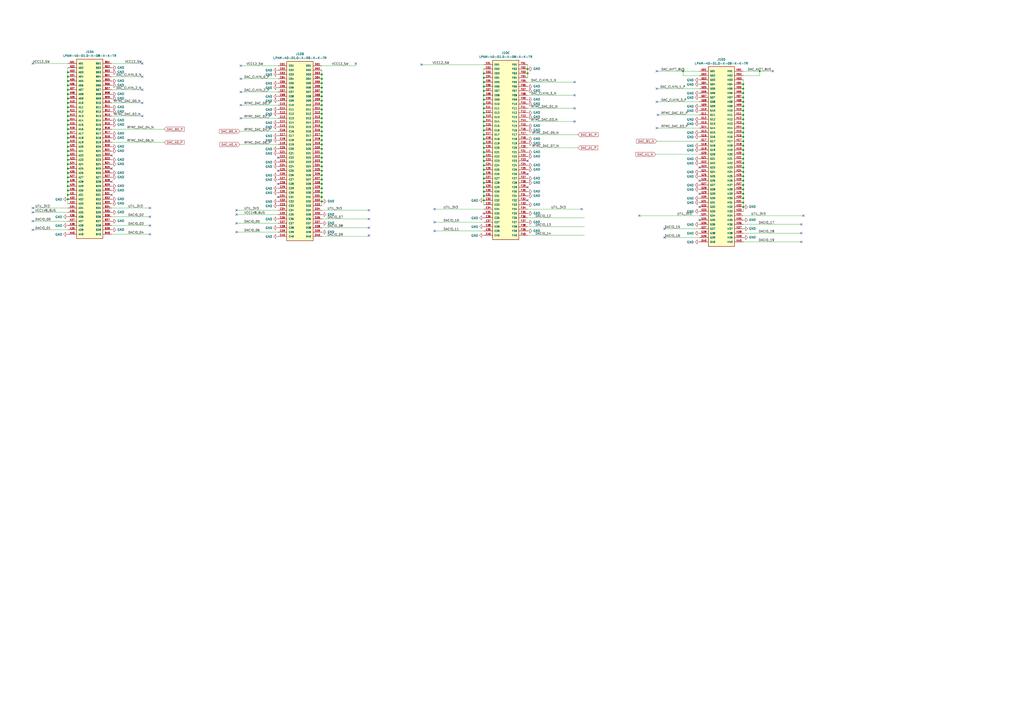
<source format=kicad_sch>
(kicad_sch (version 20211123) (generator eeschema)
  (paper "A2")
  (junction (at 186.69 55.88))
  (junction (at 280.67 57.785))
  (junction (at 431.165 99.695))
  (junction (at 39.37 107.95))
  (junction (at 186.69 71.12))
  (junction (at 39.37 77.47))
  (junction (at 431.165 61.595))
  (junction (at 186.69 66.04))
  (junction (at 431.165 97.155))
  (junction (at 280.67 70.485))
  (junction (at 280.67 113.665))
  (junction (at 186.69 73.66))
  (junction (at 431.165 84.455))
  (junction (at 431.165 112.395))
  (junction (at 39.37 97.79))
  (junction (at 39.37 100.33))
  (junction (at 306.07 40.005))
  (junction (at 39.37 57.15))
  (junction (at 280.67 73.025))
  (junction (at 431.165 104.775))
  (junction (at 39.37 64.77))
  (junction (at 431.165 56.515))
  (junction (at 280.67 111.125))
  (junction (at 186.69 63.5))
  (junction (at 280.67 88.265))
  (junction (at 431.165 59.055))
  (junction (at 186.69 48.26))
  (junction (at 39.37 80.01))
  (junction (at 39.37 113.03))
  (junction (at 39.37 54.61))
  (junction (at 186.69 114.3))
  (junction (at 186.69 91.44))
  (junction (at 280.67 60.325))
  (junction (at 431.165 48.895))
  (junction (at 280.67 98.425))
  (junction (at 280.67 90.805))
  (junction (at 186.69 60.96))
  (junction (at 280.67 75.565))
  (junction (at 39.37 69.85))
  (junction (at 431.165 86.995))
  (junction (at 280.67 65.405))
  (junction (at 280.67 52.705))
  (junction (at 39.37 72.39))
  (junction (at 186.69 101.6))
  (junction (at 39.37 82.55))
  (junction (at 431.165 51.435))
  (junction (at 186.69 96.52))
  (junction (at 39.37 95.25))
  (junction (at 280.67 45.085))
  (junction (at 39.37 67.31))
  (junction (at 280.67 83.185))
  (junction (at 39.37 49.53))
  (junction (at 39.37 110.49))
  (junction (at 280.67 78.105))
  (junction (at 431.165 76.835))
  (junction (at 280.67 103.505))
  (junction (at 39.37 90.17))
  (junction (at 280.67 116.205))
  (junction (at 431.165 120.015))
  (junction (at 39.37 74.93))
  (junction (at 431.165 53.975))
  (junction (at 186.69 53.34))
  (junction (at 280.67 95.885))
  (junction (at 431.165 89.535))
  (junction (at 280.67 42.545))
  (junction (at 431.165 94.615))
  (junction (at 39.37 85.09))
  (junction (at 280.67 108.585))
  (junction (at 431.165 107.315))
  (junction (at 39.37 41.91))
  (junction (at 280.67 106.045))
  (junction (at 39.37 92.71))
  (junction (at 39.37 105.41))
  (junction (at 431.165 117.475))
  (junction (at 280.67 80.645))
  (junction (at 186.69 83.82))
  (junction (at 431.165 109.855))
  (junction (at 280.67 67.945))
  (junction (at 431.165 66.675))
  (junction (at 39.37 115.57))
  (junction (at 39.37 44.45))
  (junction (at 186.69 93.98))
  (junction (at 280.67 93.345))
  (junction (at 186.69 88.9))
  (junction (at 186.69 106.68))
  (junction (at 186.69 58.42))
  (junction (at 431.165 114.935))
  (junction (at 39.37 87.63))
  (junction (at 431.165 74.295))
  (junction (at 186.69 45.72))
  (junction (at 431.165 71.755))
  (junction (at 431.165 102.235))
  (junction (at 431.165 92.075))
  (junction (at 186.69 116.84))
  (junction (at 186.69 68.58))
  (junction (at 280.67 50.165))
  (junction (at 431.165 79.375))
  (junction (at 280.67 100.965))
  (junction (at 431.165 69.215))
  (junction (at 39.37 46.99))
  (junction (at 39.37 62.23))
  (junction (at 186.69 109.22))
  (junction (at 440.69 41.275))
  (junction (at 186.69 111.76))
  (junction (at 280.67 62.865))
  (junction (at 39.37 59.69))
  (junction (at 280.67 47.625))
  (junction (at 280.67 85.725))
  (junction (at 186.69 104.14))
  (junction (at 186.69 76.2))
  (junction (at 186.69 86.36))
  (junction (at 396.24 41.275))
  (junction (at 39.37 102.87))
  (junction (at 431.165 64.135))
  (junction (at 306.07 42.545))
  (junction (at 186.69 99.06))
  (junction (at 431.165 81.915))
  (junction (at 186.69 78.74))
  (junction (at 39.37 52.07))
  (junction (at 186.69 43.18))
  (junction (at 186.69 50.8))
  (junction (at 186.69 81.28))
  (junction (at 280.67 55.245))
  (no_connect (at 213.995 121.92))
  (no_connect (at 213.995 136.525))
  (no_connect (at 213.995 132.08))
  (no_connect (at 213.995 127))
  (no_connect (at 337.439 121.285))
  (no_connect (at 82.55 44.45))
  (no_connect (at 64.77 113.03))
  (no_connect (at 161.29 99.06))
  (no_connect (at 82.55 36.83))
  (no_connect (at 64.77 90.17))
  (no_connect (at 252.095 121.285))
  (no_connect (at 252.095 128.905))
  (no_connect (at 252.095 133.985))
  (no_connect (at 139.7 68.58))
  (no_connect (at 370.84 125.095))
  (no_connect (at 82.55 59.69))
  (no_connect (at 139.7 38.1))
  (no_connect (at 306.07 93.345))
  (no_connect (at 206.375 36.83))
  (no_connect (at 161.29 114.3))
  (no_connect (at 466.09 125.095))
  (no_connect (at 82.55 67.31))
  (no_connect (at 306.07 100.965))
  (no_connect (at 306.07 108.585))
  (no_connect (at 306.07 116.205))
  (no_connect (at 161.29 106.68))
  (no_connect (at 464.82 130.175))
  (no_connect (at 464.82 135.255))
  (no_connect (at 464.82 140.335))
  (no_connect (at 86.995 135.89))
  (no_connect (at 137.16 129.54))
  (no_connect (at 86.995 125.73))
  (no_connect (at 137.16 124.46))
  (no_connect (at 137.16 134.62))
  (no_connect (at 161.29 91.44))
  (no_connect (at 448.31 41.275))
  (no_connect (at 86.995 120.65))
  (no_connect (at 64.77 97.79))
  (no_connect (at 139.7 60.96))
  (no_connect (at 139.7 45.72))
  (no_connect (at 139.7 53.34))
  (no_connect (at 137.16 121.92))
  (no_connect (at 86.995 130.81))
  (no_connect (at 405.765 104.775))
  (no_connect (at 405.765 120.015))
  (no_connect (at 405.765 127.635))
  (no_connect (at 405.765 112.395))
  (no_connect (at 405.765 97.155))
  (no_connect (at 64.77 105.41))
  (no_connect (at 381 59.055))
  (no_connect (at 381 51.435))
  (no_connect (at 381 74.295))
  (no_connect (at 381.635 66.675))
  (no_connect (at 381 41.275))
  (no_connect (at 385.445 132.715))
  (no_connect (at 385.445 137.795))
  (no_connect (at 19.05 36.83))
  (no_connect (at 19.05 128.27))
  (no_connect (at 19.05 123.19))
  (no_connect (at 19.05 120.65))
  (no_connect (at 19.05 133.35))
  (no_connect (at 244.475 37.465))
  (no_connect (at 82.55 52.07))
  (no_connect (at 280.67 123.825))
  (no_connect (at 333.375 47.625))
  (no_connect (at 333.375 55.245))
  (no_connect (at 333.375 62.865))
  (no_connect (at 333.375 70.485))
  (wire (pts (xy 39.37 62.23) (xy 39.37 64.77)))
  (wire (pts (xy 431.165 66.675) (xy 431.165 69.215)))
  (wire (pts (xy 280.67 108.585) (xy 280.67 111.125)))
  (wire (pts (xy 381.635 66.675) (xy 405.765 66.675)))
  (wire (pts (xy 186.69 55.88) (xy 186.69 58.42)))
  (wire (pts (xy 186.69 104.14) (xy 186.69 106.68)))
  (wire (pts (xy 39.37 67.31) (xy 39.37 69.85)))
  (wire (pts (xy 39.37 46.99) (xy 39.37 49.53)))
  (wire (pts (xy 186.69 101.6) (xy 186.69 104.14)))
  (wire (pts (xy 440.69 41.275) (xy 448.31 41.275)))
  (wire (pts (xy 431.165 104.775) (xy 431.165 107.315)))
  (wire (pts (xy 431.165 56.515) (xy 431.165 59.055)))
  (wire (pts (xy 64.77 36.83) (xy 82.55 36.83)))
  (wire (pts (xy 186.69 66.04) (xy 186.69 68.58)))
  (wire (pts (xy 280.67 113.665) (xy 280.67 116.205)))
  (wire (pts (xy 280.67 80.645) (xy 280.67 83.185)))
  (wire (pts (xy 186.69 111.76) (xy 186.69 114.3)))
  (wire (pts (xy 280.67 55.245) (xy 280.67 57.785)))
  (wire (pts (xy 335.28 78.105) (xy 306.07 78.105)))
  (wire (pts (xy 280.67 52.705) (xy 280.67 55.245)))
  (wire (pts (xy 306.07 121.285) (xy 337.439 121.285)))
  (wire (pts (xy 39.37 105.41) (xy 39.37 107.95)))
  (wire (pts (xy 431.165 48.895) (xy 431.165 51.435)))
  (wire (pts (xy 186.69 53.34) (xy 186.69 55.88)))
  (wire (pts (xy 39.37 41.91) (xy 39.37 44.45)))
  (wire (pts (xy 186.69 48.26) (xy 186.69 50.8)))
  (wire (pts (xy 186.69 78.74) (xy 186.69 81.28)))
  (wire (pts (xy 186.69 71.12) (xy 186.69 73.66)))
  (wire (pts (xy 39.37 92.71) (xy 39.37 95.25)))
  (wire (pts (xy 186.69 91.44) (xy 186.69 93.98)))
  (wire (pts (xy 186.69 121.92) (xy 213.995 121.92)))
  (wire (pts (xy 440.69 43.815) (xy 440.69 41.275)))
  (wire (pts (xy 431.165 76.835) (xy 431.165 79.375)))
  (wire (pts (xy 381 59.055) (xy 405.765 59.055)))
  (wire (pts (xy 186.69 60.96) (xy 186.69 63.5)))
  (wire (pts (xy 280.67 90.805) (xy 280.67 93.345)))
  (wire (pts (xy 280.67 60.325) (xy 280.67 62.865)))
  (wire (pts (xy 64.77 59.69) (xy 82.55 59.69)))
  (wire (pts (xy 306.07 55.245) (xy 333.375 55.245)))
  (wire (pts (xy 186.69 99.06) (xy 186.69 101.6)))
  (wire (pts (xy 137.16 129.54) (xy 161.29 129.54)))
  (wire (pts (xy 64.77 125.73) (xy 86.995 125.73)))
  (wire (pts (xy 280.67 93.345) (xy 280.67 95.885)))
  (wire (pts (xy 39.37 90.17) (xy 39.37 92.71)))
  (wire (pts (xy 39.37 95.25) (xy 39.37 97.79)))
  (wire (pts (xy 280.67 106.045) (xy 280.67 108.585)))
  (wire (pts (xy 381 51.435) (xy 405.765 51.435)))
  (wire (pts (xy 39.37 57.15) (xy 39.37 59.69)))
  (wire (pts (xy 280.67 75.565) (xy 280.67 78.105)))
  (wire (pts (xy 64.77 44.45) (xy 82.55 44.45)))
  (wire (pts (xy 306.07 70.485) (xy 333.375 70.485)))
  (wire (pts (xy 64.77 52.07) (xy 82.55 52.07)))
  (wire (pts (xy 64.77 67.31) (xy 82.55 67.31)))
  (wire (pts (xy 280.67 57.785) (xy 280.67 60.325)))
  (wire (pts (xy 431.165 130.175) (xy 464.82 130.175)))
  (wire (pts (xy 405.765 125.095) (xy 370.84 125.095)))
  (wire (pts (xy 186.69 106.68) (xy 186.69 109.22)))
  (wire (pts (xy 431.165 125.095) (xy 466.09 125.095)))
  (wire (pts (xy 186.69 116.84) (xy 186.69 119.38)))
  (wire (pts (xy 186.69 114.3) (xy 186.69 116.84)))
  (wire (pts (xy 206.375 36.83) (xy 206.375 38.1)))
  (wire (pts (xy 186.69 76.2) (xy 186.69 78.74)))
  (wire (pts (xy 186.69 73.66) (xy 186.69 76.2)))
  (wire (pts (xy 244.475 37.465) (xy 280.67 37.465)))
  (wire (pts (xy 19.05 120.65) (xy 39.37 120.65)))
  (wire (pts (xy 39.37 69.85) (xy 39.37 72.39)))
  (wire (pts (xy 280.67 67.945) (xy 280.67 70.485)))
  (wire (pts (xy 431.165 51.435) (xy 431.165 53.975)))
  (wire (pts (xy 137.16 121.92) (xy 161.29 121.92)))
  (wire (pts (xy 39.37 110.49) (xy 39.37 113.03)))
  (wire (pts (xy 186.69 93.98) (xy 186.69 96.52)))
  (wire (pts (xy 335.28 85.725) (xy 306.07 85.725)))
  (wire (pts (xy 39.37 39.37) (xy 39.37 41.91)))
  (wire (pts (xy 139.7 45.72) (xy 161.29 45.72)))
  (wire (pts (xy 39.37 85.09) (xy 39.37 87.63)))
  (wire (pts (xy 306.07 126.365) (xy 339.09 126.365)))
  (wire (pts (xy 280.67 88.265) (xy 280.67 90.805)))
  (wire (pts (xy 306.07 136.525) (xy 339.09 136.525)))
  (wire (pts (xy 186.69 109.22) (xy 186.69 111.76)))
  (wire (pts (xy 431.165 99.695) (xy 431.165 102.235)))
  (wire (pts (xy 431.165 102.235) (xy 431.165 104.775)))
  (wire (pts (xy 280.67 111.125) (xy 280.67 113.665)))
  (wire (pts (xy 431.165 120.015) (xy 431.165 122.555)))
  (wire (pts (xy 306.07 37.465) (xy 306.07 40.005)))
  (wire (pts (xy 186.69 40.64) (xy 186.69 43.18)))
  (wire (pts (xy 39.37 77.47) (xy 39.37 80.01)))
  (wire (pts (xy 280.67 62.865) (xy 280.67 65.405)))
  (wire (pts (xy 137.16 124.46) (xy 161.29 124.46)))
  (wire (pts (xy 306.07 47.625) (xy 333.375 47.625)))
  (wire (pts (xy 19.05 133.35) (xy 39.37 133.35)))
  (wire (pts (xy 431.165 81.915) (xy 431.165 84.455)))
  (wire (pts (xy 186.69 83.82) (xy 186.69 86.36)))
  (wire (pts (xy 431.165 109.855) (xy 431.165 112.395)))
  (wire (pts (xy 280.67 42.545) (xy 280.67 45.085)))
  (wire (pts (xy 431.165 89.535) (xy 431.165 92.075)))
  (wire (pts (xy 252.095 133.985) (xy 280.67 133.985)))
  (wire (pts (xy 39.37 97.79) (xy 39.37 100.33)))
  (wire (pts (xy 39.37 49.53) (xy 39.37 52.07)))
  (wire (pts (xy 280.67 70.485) (xy 280.67 73.025)))
  (wire (pts (xy 186.69 63.5) (xy 186.69 66.04)))
  (wire (pts (xy 396.24 43.815) (xy 396.24 41.275)))
  (wire (pts (xy 186.69 38.1) (xy 206.375 38.1)))
  (wire (pts (xy 306.07 40.005) (xy 306.07 42.545)))
  (wire (pts (xy 431.165 92.075) (xy 431.165 94.615)))
  (wire (pts (xy 39.37 102.87) (xy 39.37 105.41)))
  (wire (pts (xy 64.77 130.81) (xy 86.995 130.81)))
  (wire (pts (xy 139.065 76.2) (xy 161.29 76.2)))
  (wire (pts (xy 139.7 60.96) (xy 161.29 60.96)))
  (wire (pts (xy 431.165 112.395) (xy 431.165 114.935)))
  (wire (pts (xy 431.165 140.335) (xy 464.82 140.335)))
  (wire (pts (xy 39.37 113.03) (xy 39.37 115.57)))
  (wire (pts (xy 64.77 135.89) (xy 86.995 135.89)))
  (wire (pts (xy 280.67 85.725) (xy 280.67 88.265)))
  (wire (pts (xy 431.165 46.355) (xy 431.165 48.895)))
  (wire (pts (xy 306.07 62.865) (xy 333.375 62.865)))
  (wire (pts (xy 431.165 59.055) (xy 431.165 61.595)))
  (wire (pts (xy 137.16 134.62) (xy 161.29 134.62)))
  (wire (pts (xy 381 81.915) (xy 405.765 81.915)))
  (wire (pts (xy 280.67 116.205) (xy 280.67 118.745)))
  (wire (pts (xy 64.77 120.65) (xy 86.995 120.65)))
  (wire (pts (xy 385.445 132.715) (xy 405.765 132.715)))
  (wire (pts (xy 186.69 43.18) (xy 186.69 45.72)))
  (wire (pts (xy 396.24 41.275) (xy 405.765 41.275)))
  (wire (pts (xy 95.25 74.93) (xy 64.77 74.93)))
  (wire (pts (xy 280.67 65.405) (xy 280.67 67.945)))
  (wire (pts (xy 431.165 107.315) (xy 431.165 109.855)))
  (wire (pts (xy 19.05 123.19) (xy 39.37 123.19)))
  (wire (pts (xy 381 74.295) (xy 405.765 74.295)))
  (wire (pts (xy 280.67 47.625) (xy 280.67 50.165)))
  (wire (pts (xy 280.67 50.165) (xy 280.67 52.705)))
  (wire (pts (xy 186.69 88.9) (xy 186.69 91.44)))
  (wire (pts (xy 139.065 83.82) (xy 161.29 83.82)))
  (wire (pts (xy 39.37 100.33) (xy 39.37 102.87)))
  (wire (pts (xy 186.69 58.42) (xy 186.69 60.96)))
  (wire (pts (xy 39.37 80.01) (xy 39.37 82.55)))
  (wire (pts (xy 431.165 79.375) (xy 431.165 81.915)))
  (wire (pts (xy 19.05 36.83) (xy 39.37 36.83)))
  (wire (pts (xy 19.05 128.27) (xy 39.37 128.27)))
  (wire (pts (xy 306.07 42.545) (xy 306.07 45.085)))
  (wire (pts (xy 139.7 53.34) (xy 161.29 53.34)))
  (wire (pts (xy 431.165 114.935) (xy 431.165 117.475)))
  (wire (pts (xy 39.37 59.69) (xy 39.37 62.23)))
  (wire (pts (xy 280.67 40.005) (xy 280.67 42.545)))
  (wire (pts (xy 39.37 72.39) (xy 39.37 74.93)))
  (wire (pts (xy 186.69 132.08) (xy 213.995 132.08)))
  (wire (pts (xy 431.165 43.815) (xy 440.69 43.815)))
  (wire (pts (xy 139.7 38.1) (xy 161.29 38.1)))
  (wire (pts (xy 431.165 64.135) (xy 431.165 66.675)))
  (wire (pts (xy 385.445 137.795) (xy 405.765 137.795)))
  (wire (pts (xy 280.67 45.085) (xy 280.67 47.625)))
  (wire (pts (xy 431.165 74.295) (xy 431.165 76.835)))
  (wire (pts (xy 186.69 68.58) (xy 186.69 71.12)))
  (wire (pts (xy 186.69 50.8) (xy 186.69 53.34)))
  (wire (pts (xy 405.765 43.815) (xy 396.24 43.815)))
  (wire (pts (xy 431.165 117.475) (xy 431.165 120.015)))
  (wire (pts (xy 39.37 44.45) (xy 39.37 46.99)))
  (wire (pts (xy 39.37 115.57) (xy 39.37 118.11)))
  (wire (pts (xy 431.165 84.455) (xy 431.165 86.995)))
  (wire (pts (xy 39.37 74.93) (xy 39.37 77.47)))
  (wire (pts (xy 280.67 73.025) (xy 280.67 75.565)))
  (wire (pts (xy 431.165 41.275) (xy 440.69 41.275)))
  (wire (pts (xy 213.995 136.525) (xy 213.995 137.16)))
  (wire (pts (xy 39.37 64.77) (xy 39.37 67.31)))
  (wire (pts (xy 280.67 78.105) (xy 280.67 80.645)))
  (wire (pts (xy 431.165 135.255) (xy 464.82 135.255)))
  (wire (pts (xy 39.37 87.63) (xy 39.37 90.17)))
  (wire (pts (xy 431.165 94.615) (xy 431.165 97.155)))
  (wire (pts (xy 186.69 86.36) (xy 186.69 88.9)))
  (wire (pts (xy 161.29 68.58) (xy 139.7 68.58)))
  (wire (pts (xy 381 41.275) (xy 396.24 41.275)))
  (wire (pts (xy 306.07 131.445) (xy 339.09 131.445)))
  (wire (pts (xy 186.69 45.72) (xy 186.69 48.26)))
  (wire (pts (xy 280.67 83.185) (xy 280.67 85.725)))
  (wire (pts (xy 431.165 71.755) (xy 431.165 74.295)))
  (wire (pts (xy 186.69 127) (xy 213.995 127)))
  (wire (pts (xy 280.67 100.965) (xy 280.67 103.505)))
  (wire (pts (xy 431.165 97.155) (xy 431.165 99.695)))
  (wire (pts (xy 39.37 54.61) (xy 39.37 57.15)))
  (wire (pts (xy 186.69 96.52) (xy 186.69 99.06)))
  (wire (pts (xy 280.67 103.505) (xy 280.67 106.045)))
  (wire (pts (xy 252.095 128.905) (xy 280.67 128.905)))
  (wire (pts (xy 186.69 81.28) (xy 186.69 83.82)))
  (wire (pts (xy 280.67 98.425) (xy 280.67 100.965)))
  (wire (pts (xy 186.69 137.16) (xy 213.995 137.16)))
  (wire (pts (xy 380.365 89.535) (xy 405.765 89.535)))
  (wire (pts (xy 39.37 52.07) (xy 39.37 54.61)))
  (wire (pts (xy 252.095 121.285) (xy 280.67 121.285)))
  (wire (pts (xy 95.25 82.55) (xy 64.77 82.55)))
  (wire (pts (xy 39.37 82.55) (xy 39.37 85.09)))
  (wire (pts (xy 431.165 61.595) (xy 431.165 64.135)))
  (wire (pts (xy 39.37 107.95) (xy 39.37 110.49)))
  (wire (pts (xy 280.67 95.885) (xy 280.67 98.425)))
  (wire (pts (xy 431.165 53.975) (xy 431.165 56.515)))
  (wire (pts (xy 431.165 69.215) (xy 431.165 71.755)))
  (wire (pts (xy 431.165 86.995) (xy 431.165 89.535)))
  (label "RFMC_DAC_03_P" (at 383.54 74.295 0))
  (label "RFMC_DAC_04_P" (at 141.605 76.2 0))
  (label "DACIO_15" (at 385.445 132.715 0))
  (label "DACIO_03" (at 74.295 130.81 0))
  (label "DAC_CLKIN_3_N" (at 307.975 55.245 0))
  (label "RFMC_DAC_05_N" (at 308.61 78.105 0))
  (label "RFMC_DAC_04_N" (at 73.66 74.93 0))
  (label "VCC1V8_BUS" (at 20.32 123.19 0))
  (label "UTIL_3V3" (at 435.61 125.095 0))
  (label "DACIO_01" (at 20.32 133.35 0))
  (label "DAC_CLKIN_2_N" (at 67.31 52.07 0))
  (label "UTIL_3V3" (at 141.605 121.92 0))
  (label "DACIO_18" (at 440.055 135.255 0))
  (label "DACIO_08" (at 189.865 132.08 0))
  (label "VCC1V8_BUS" (at 141.605 124.46 0))
  (label "DACIO_02" (at 74.295 125.73 0))
  (label "UTIL_3V3" (at 319.659 121.285 0))
  (label "RFMC_DAC_06_P" (at 141.605 83.82 0))
  (label "DACIO_09" (at 189.865 137.16 0))
  (label "DACIO_05" (at 141.605 129.54 0))
  (label "UTIL_3V3" (at 401.32 125.095 180))
  (label "VCC12_SW" (at 142.875 38.1 0))
  (label "DAC_CLKIN_2_P" (at 141.605 53.34 0))
  (label "RFMC_DAC_01_N" (at 307.975 62.865 0))
  (label "DACIO_14" (at 310.515 136.525 0))
  (label "DAC_CLKIN_1_P" (at 382.905 51.435 0))
  (label "DACIO_00" (at 20.32 128.27 0))
  (label "RFMC_DAC_07_N" (at 308.61 85.725 0))
  (label "VCC12_SW" (at 19.05 36.83 0))
  (label "DACIO_12" (at 310.515 126.365 0))
  (label "DAC_CLKIN_1_N" (at 307.975 47.625 0))
  (label "UTIL_3V3" (at 74.295 120.65 0))
  (label "VCC12_SW" (at 192.405 38.1 0))
  (label "VCC12_SW" (at 72.39 36.83 0))
  (label "RFMC_DAC_02_P" (at 141.605 68.58 0))
  (label "RFMC_DAC_02_N" (at 66.04 67.31 0))
  (label "VCC12_SW" (at 250.825 37.465 0))
  (label "DAC_CLKIN_3_P" (at 383.54 59.055 0))
  (label "RFMC_DAC_01_P" (at 383.54 66.675 0))
  (label "DACIO_10" (at 257.175 128.905 0))
  (label "DACIO_16" (at 385.445 137.795 0))
  (label "DAC_CLKIN_0_N" (at 67.31 44.45 0))
  (label "RFMC_DAC_00_P" (at 141.605 60.96 0))
  (label "DACIO_11" (at 257.175 133.985 0))
  (label "DAC_AVTT_BUS" (at 383.54 41.275 0))
  (label "DACIO_04" (at 74.295 135.89 0))
  (label "DACIO_17" (at 440.055 130.175 0))
  (label "UTIL_3V3" (at 189.865 121.92 0))
  (label "UTIL_3V3" (at 20.32 120.65 0))
  (label "DAC_CLKIN_0_P" (at 141.605 45.72 0))
  (label "DACIO_19" (at 440.055 140.335 0))
  (label "DACIO_06" (at 141.605 134.62 0))
  (label "RFMC_DAC_06_N" (at 73.66 82.55 0))
  (label "RFMC_DAC_03_N" (at 307.975 70.485 0))
  (label "DACIO_13" (at 310.515 131.445 0))
  (label "UTIL_3V3" (at 257.175 121.285 0))
  (label "DACIO_07" (at 189.865 127 0))
  (label "RFMC_DAC_00_N" (at 66.04 59.69 0))
  (label "DAC_AVTT_BUS" (at 433.705 41.275 0))
  (global_label "DAC_B0_P" (shape input) (at 95.25 74.93 0) (property "Intersheet References" "${INTERSHEET_REFS}" (effects hide)))
  (global_label "DAC_A0_P" (shape input) (at 95.25 82.55 0) (property "Intersheet References" "${INTERSHEET_REFS}" (effects hide)))
  (global_label "DAC_B1_N" (shape input) (at 381 81.915 180) (property "Intersheet References" "${INTERSHEET_REFS}" (effects hide)))
  (global_label "DAC_B1_P" (shape input) (at 335.28 78.105 0) (property "Intersheet References" "${INTERSHEET_REFS}" (effects hide)))
  (global_label "DAC_A0_N" (shape input) (at 139.065 83.82 180) (property "Intersheet References" "${INTERSHEET_REFS}" (effects hide)))
  (global_label "DAC_B0_N" (shape input) (at 139.065 76.2 180) (property "Intersheet References" "${INTERSHEET_REFS}" (effects hide)))
  (global_label "DAC_A1_N" (shape input) (at 380.365 89.535 180) (property "Intersheet References" "${INTERSHEET_REFS}" (effects hide)))
  (global_label "DAC_A1_P" (shape input) (at 335.28 85.725 0) (property "Intersheet References" "${INTERSHEET_REFS}" (effects hide)))
  (symbol (lib_id "RFSoC_Frontend_v0.1-rescue:LPAM-40-01.0-X-08-X-K-TR-SAMTEC-LPAM-RFSoC_Frontend_v0.1-rescue") (at 52.07 85.09 0) (unit 1)
    (property "Reference" "J10" (at 52.07 30.0482 0))
    (property "Value" "LPAM-40-01.0-X-08-X-K-TR" (at 52.07 32.3596 0))
    (property "Footprint" "SAMTEC_LPAM-40-01.0-X-08-X-K-TR" (effects hide))
    (property "MANUFACTURER" "Samtec" (effects hide))
    (property "PARTREV" "E" (effects hide))
    (property "MAXIMUM_PACKAGE_HEIGHT" "3.68mm" (effects hide))
    (property "STANDARD" "Manufacturer Recommendations" (effects hide))
  )
  (symbol (lib_id "RFSoC_Frontend_v0.1-rescue:LPAM-40-01.0-X-08-X-K-TR-SAMTEC-LPAM-RFSoC_Frontend_v0.1-rescue") (at 173.99 86.36 0) (unit 2)
    (property "Reference" "J10" (at 173.99 31.3182 0))
    (property "Value" "LPAM-40-01.0-X-08-X-K-TR" (at 173.99 33.6296 0))
    (property "Footprint" "SAMTEC_LPAM-40-01.0-X-08-X-K-TR" (effects hide))
    (property "MANUFACTURER" "Samtec" (effects hide))
    (property "PARTREV" "E" (effects hide))
    (property "MAXIMUM_PACKAGE_HEIGHT" "3.68mm" (effects hide))
    (property "STANDARD" "Manufacturer Recommendations" (effects hide))
  )
  (symbol (lib_id "RFSoC_Frontend_v0.1-rescue:LPAM-40-01.0-X-08-X-K-TR-SAMTEC-LPAM-RFSoC_Frontend_v0.1-rescue") (at 293.37 85.725 0) (unit 3)
    (property "Reference" "J10" (at 293.37 30.6832 0))
    (property "Value" "LPAM-40-01.0-X-08-X-K-TR" (at 293.37 32.9946 0))
    (property "Footprint" "SAMTEC_LPAM-40-01.0-X-08-X-K-TR" (effects hide))
    (property "MANUFACTURER" "Samtec" (effects hide))
    (property "PARTREV" "E" (effects hide))
    (property "MAXIMUM_PACKAGE_HEIGHT" "3.68mm" (effects hide))
    (property "STANDARD" "Manufacturer Recommendations" (effects hide))
  )
  (symbol (lib_id "RFSoC_Frontend_v0.1-rescue:LPAM-40-01.0-X-08-X-K-TR-SAMTEC-LPAM-RFSoC_Frontend_v0.1-rescue") (at 418.465 89.535 0) (unit 4)
    (property "Reference" "J10" (at 418.465 34.4932 0))
    (property "Value" "LPAM-40-01.0-X-08-X-K-TR" (at 418.465 36.8046 0))
    (property "Footprint" "SAMTEC_LPAM-40-01.0-X-08-X-K-TR" (effects hide))
    (property "MANUFACTURER" "Samtec" (effects hide))
    (property "PARTREV" "E" (effects hide))
    (property "MAXIMUM_PACKAGE_HEIGHT" "3.68mm" (effects hide))
    (property "STANDARD" "Manufacturer Recommendations" (effects hide))
  )
  (symbol (lib_id "power:GND") (at 64.77 69.85 90) (unit 1)
    (property "Reference" "#PWR078" (effects hide))
    (property "Value" "GND" (at 68.0212 69.723 90) (effects (justify right)))
  )
  (symbol (lib_id "power:GND") (at 64.77 72.39 90) (unit 1)
    (property "Reference" "#PWR079" (effects hide))
    (property "Value" "GND" (at 68.0212 72.263 90) (effects (justify right)))
  )
  (symbol (lib_id "power:GND") (at 64.77 77.47 90) (unit 1)
    (property "Reference" "#PWR080" (effects hide))
    (property "Value" "GND" (at 68.0212 77.343 90) (effects (justify right)))
  )
  (symbol (lib_id "power:GND") (at 64.77 80.01 90) (unit 1)
    (property "Reference" "#PWR081" (effects hide))
    (property "Value" "GND" (at 68.0212 79.883 90) (effects (justify right)))
  )
  (symbol (lib_id "power:GND") (at 64.77 85.09 90) (unit 1)
    (property "Reference" "#PWR082" (effects hide))
    (property "Value" "GND" (at 68.0212 84.963 90) (effects (justify right)))
  )
  (symbol (lib_id "power:GND") (at 161.29 73.66 270) (unit 1)
    (property "Reference" "#PWR089" (effects hide))
    (property "Value" "GND" (at 158.0388 73.787 90) (effects (justify right)))
  )
  (symbol (lib_id "power:GND") (at 161.29 71.12 270) (unit 1)
    (property "Reference" "#PWR088" (effects hide))
    (property "Value" "GND" (at 158.0388 71.247 90) (effects (justify right)))
  )
  (symbol (lib_id "power:GND") (at 161.29 81.28 270) (unit 1)
    (property "Reference" "#PWR091" (effects hide))
    (property "Value" "GND" (at 158.0388 81.407 90) (effects (justify right)))
  )
  (symbol (lib_id "power:GND") (at 161.29 78.74 270) (unit 1)
    (property "Reference" "#PWR090" (effects hide))
    (property "Value" "GND" (at 158.0388 78.867 90) (effects (justify right)))
  )
  (symbol (lib_id "power:GND") (at 161.29 86.36 270) (unit 1)
    (property "Reference" "#PWR092" (effects hide))
    (property "Value" "GND" (at 158.0388 86.487 90) (effects (justify right)))
  )
  (symbol (lib_id "power:GND") (at 306.07 73.025 90) (unit 1)
    (property "Reference" "#PWR0100" (effects hide))
    (property "Value" "GND" (at 309.3212 72.898 90) (effects (justify right)))
  )
  (symbol (lib_id "power:GND") (at 306.07 75.565 90) (unit 1)
    (property "Reference" "#PWR0101" (effects hide))
    (property "Value" "GND" (at 309.3212 75.438 90) (effects (justify right)))
  )
  (symbol (lib_id "power:GND") (at 306.07 80.645 90) (unit 1)
    (property "Reference" "#PWR0102" (effects hide))
    (property "Value" "GND" (at 309.3212 80.518 90) (effects (justify right)))
  )
  (symbol (lib_id "power:GND") (at 306.07 83.185 90) (unit 1)
    (property "Reference" "#PWR0103" (effects hide))
    (property "Value" "GND" (at 309.3212 83.058 90) (effects (justify right)))
  )
  (symbol (lib_id "power:GND") (at 306.07 88.265 90) (unit 1)
    (property "Reference" "#PWR0104" (effects hide))
    (property "Value" "GND" (at 309.3212 88.138 90) (effects (justify right)))
  )
  (symbol (lib_id "power:GND") (at 306.07 90.805 90) (unit 1)
    (property "Reference" "#PWR0105" (effects hide))
    (property "Value" "GND" (at 309.3212 90.678 90) (effects (justify right)))
  )
  (symbol (lib_id "power:GND") (at 405.765 94.615 270) (unit 1)
    (property "Reference" "#PWR0115" (effects hide))
    (property "Value" "GND" (at 402.5138 94.742 90) (effects (justify right)))
  )
  (symbol (lib_id "power:GND") (at 405.765 92.075 270) (unit 1)
    (property "Reference" "#PWR0114" (effects hide))
    (property "Value" "GND" (at 402.5138 92.202 90) (effects (justify right)))
  )
  (symbol (lib_id "power:GND") (at 405.765 86.995 270) (unit 1)
    (property "Reference" "#PWR0113" (effects hide))
    (property "Value" "GND" (at 402.5138 87.122 90) (effects (justify right)))
  )
  (symbol (lib_id "power:GND") (at 405.765 84.455 270) (unit 1)
    (property "Reference" "#PWR0112" (effects hide))
    (property "Value" "GND" (at 402.5138 84.582 90) (effects (justify right)))
  )
  (symbol (lib_id "power:GND") (at 405.765 79.375 270) (unit 1)
    (property "Reference" "#PWR0111" (effects hide))
    (property "Value" "GND" (at 402.5138 79.502 90) (effects (justify right)))
  )
  (symbol (lib_id "power:GND") (at 405.765 76.835 270) (unit 1)
    (property "Reference" "#PWR0110" (effects hide))
    (property "Value" "GND" (at 402.5138 76.962 90) (effects (justify right)))
  )
  (symbol (lib_id "power:GND") (at 405.765 109.855 270) (unit 1)
    (property "Reference" "#PWR0119" (effects hide))
    (property "Value" "GND" (at 402.5138 109.982 90) (effects (justify right)))
  )
  (symbol (lib_id "power:GND") (at 161.29 96.52 270) (unit 1)
    (property "Reference" "#PWR0287" (effects hide))
    (property "Value" "GND" (at 158.0388 96.647 90) (effects (justify right)))
  )
  (symbol (lib_id "power:GND") (at 161.29 58.42 270) (unit 1)
    (property "Reference" "#PWR0267" (effects hide))
    (property "Value" "GND" (at 158.0388 58.547 90) (effects (justify right)))
  )
  (symbol (lib_id "power:GND") (at 280.67 126.365 270) (unit 1)
    (property "Reference" "#PWR0304" (effects hide))
    (property "Value" "GND" (at 277.4188 126.492 90) (effects (justify right)))
  )
  (symbol (lib_id "power:GND") (at 306.07 123.825 90) (unit 1)
    (property "Reference" "#PWR0320" (effects hide))
    (property "Value" "GND" (at 309.3212 123.698 90) (effects (justify right)))
  )
  (symbol (lib_id "power:GND") (at 39.37 125.73 270) (unit 1)
    (property "Reference" "#PWR0300" (effects hide))
    (property "Value" "GND" (at 36.1188 125.857 90) (effects (justify right)))
  )
  (symbol (lib_id "power:GND") (at 161.29 55.88 270) (unit 1)
    (property "Reference" "#PWR0266" (effects hide))
    (property "Value" "GND" (at 158.0388 56.007 90) (effects (justify right)))
  )
  (symbol (lib_id "power:GND") (at 405.765 117.475 270) (unit 1)
    (property "Reference" "#PWR0245" (effects hide))
    (property "Value" "GND" (at 402.5138 117.602 90) (effects (justify right)))
  )
  (symbol (lib_id "power:GND") (at 64.77 62.23 90) (unit 1)
    (property "Reference" "#PWR0293" (effects hide))
    (property "Value" "GND" (at 68.0212 62.103 90) (effects (justify right)))
  )
  (symbol (lib_id "power:GND") (at 306.07 133.985 90) (unit 1)
    (property "Reference" "#PWR0323" (effects hide))
    (property "Value" "GND" (at 309.3212 133.858 90) (effects (justify right)))
  )
  (symbol (lib_id "power:GND") (at 431.165 137.795 90) (unit 1)
    (property "Reference" "#PWR0234" (effects hide))
    (property "Value" "GND" (at 434.4162 137.668 90) (effects (justify right)))
  )
  (symbol (lib_id "power:GND") (at 161.29 116.84 270) (unit 1)
    (property "Reference" "#PWR0283" (effects hide))
    (property "Value" "GND" (at 158.0388 116.967 90) (effects (justify right)))
  )
  (symbol (lib_id "power:GND") (at 405.765 61.595 270) (unit 1)
    (property "Reference" "#PWR0252" (effects hide))
    (property "Value" "GND" (at 402.5138 61.722 90) (effects (justify right)))
  )
  (symbol (lib_id "power:GND") (at 161.29 104.14 270) (unit 1)
    (property "Reference" "#PWR0280" (effects hide))
    (property "Value" "GND" (at 158.0388 104.267 90) (effects (justify right)))
  )
  (symbol (lib_id "power:GND") (at 161.29 66.04 270) (unit 1)
    (property "Reference" "#PWR0262" (effects hide))
    (property "Value" "GND" (at 158.0388 66.167 90) (effects (justify right)))
  )
  (symbol (lib_id "power:GND") (at 405.765 99.695 270) (unit 1)
    (property "Reference" "#PWR0242" (effects hide))
    (property "Value" "GND" (at 402.5138 99.822 90) (effects (justify right)))
  )
  (symbol (lib_id "power:GND") (at 306.07 40.005 90) (unit 1)
    (property "Reference" "#PWR0307" (effects hide))
    (property "Value" "GND" (at 309.3212 39.878 90) (effects (justify right)))
  )
  (symbol (lib_id "power:GND") (at 186.69 116.84 90) (unit 1)
    (property "Reference" "#PWR0255" (effects hide))
    (property "Value" "GND" (at 189.9412 116.713 90) (effects (justify right)))
  )
  (symbol (lib_id "power:GND") (at 405.765 102.235 270) (unit 1)
    (property "Reference" "#PWR0243" (effects hide))
    (property "Value" "GND" (at 402.5138 102.362 90) (effects (justify right)))
  )
  (symbol (lib_id "power:GND") (at 306.07 98.425 90) (unit 1)
    (property "Reference" "#PWR0314" (effects hide))
    (property "Value" "GND" (at 309.3212 98.298 90) (effects (justify right)))
  )
  (symbol (lib_id "power:GND") (at 306.07 52.705 90) (unit 1)
    (property "Reference" "#PWR0312" (effects hide))
    (property "Value" "GND" (at 309.3212 52.578 90) (effects (justify right)))
  )
  (symbol (lib_id "power:GND") (at 431.165 132.715 90) (unit 1)
    (property "Reference" "#PWR0235" (effects hide))
    (property "Value" "GND" (at 434.4162 132.588 90) (effects (justify right)))
  )
  (symbol (lib_id "power:GND") (at 161.29 101.6 270) (unit 1)
    (property "Reference" "#PWR0286" (effects hide))
    (property "Value" "GND" (at 158.0388 101.727 90) (effects (justify right)))
  )
  (symbol (lib_id "power:GND") (at 64.77 64.77 90) (unit 1)
    (property "Reference" "#PWR0294" (effects hide))
    (property "Value" "GND" (at 68.0212 64.643 90) (effects (justify right)))
  )
  (symbol (lib_id "power:GND") (at 405.765 135.255 270) (unit 1)
    (property "Reference" "#PWR0238" (effects hide))
    (property "Value" "GND" (at 402.5138 135.382 90) (effects (justify right)))
  )
  (symbol (lib_id "power:GND") (at 186.69 124.46 90) (unit 1)
    (property "Reference" "#PWR0257" (effects hide))
    (property "Value" "GND" (at 189.9412 124.333 90) (effects (justify right)))
  )
  (symbol (lib_id "power:GND") (at 306.07 67.945 90) (unit 1)
    (property "Reference" "#PWR0308" (effects hide))
    (property "Value" "GND" (at 309.3212 67.818 90) (effects (justify right)))
  )
  (symbol (lib_id "power:GND") (at 405.765 140.335 270) (unit 1)
    (property "Reference" "#PWR0237" (effects hide))
    (property "Value" "GND" (at 402.5138 140.462 90) (effects (justify right)))
  )
  (symbol (lib_id "power:GND") (at 306.07 95.885 90) (unit 1)
    (property "Reference" "#PWR0315" (effects hide))
    (property "Value" "GND" (at 309.3212 95.758 90) (effects (justify right)))
  )
  (symbol (lib_id "power:GND") (at 405.765 46.355 270) (unit 1)
    (property "Reference" "#PWR0250" (effects hide))
    (property "Value" "GND" (at 402.5138 46.482 90) (effects (justify right)))
  )
  (symbol (lib_id "power:GND") (at 161.29 50.8 270) (unit 1)
    (property "Reference" "#PWR0261" (effects hide))
    (property "Value" "GND" (at 158.0388 50.927 90) (effects (justify right)))
  )
  (symbol (lib_id "power:GND") (at 306.07 118.745 90) (unit 1)
    (property "Reference" "#PWR0321" (effects hide))
    (property "Value" "GND" (at 309.3212 118.618 90) (effects (justify right)))
  )
  (symbol (lib_id "power:GND") (at 161.29 132.08 270) (unit 1)
    (property "Reference" "#PWR0289" (effects hide))
    (property "Value" "GND" (at 158.0388 132.207 90) (effects (justify right)))
  )
  (symbol (lib_id "power:GND") (at 64.77 102.87 90) (unit 1)
    (property "Reference" "#PWR0277" (effects hide))
    (property "Value" "GND" (at 68.0212 102.743 90) (effects (justify right)))
  )
  (symbol (lib_id "power:GND") (at 161.29 48.26 270) (unit 1)
    (property "Reference" "#PWR0260" (effects hide))
    (property "Value" "GND" (at 158.0388 48.387 90) (effects (justify right)))
  )
  (symbol (lib_id "power:GND") (at 405.765 114.935 270) (unit 1)
    (property "Reference" "#PWR0244" (effects hide))
    (property "Value" "GND" (at 402.5138 115.062 90) (effects (justify right)))
  )
  (symbol (lib_id "power:GND") (at 306.07 50.165 90) (unit 1)
    (property "Reference" "#PWR0311" (effects hide))
    (property "Value" "GND" (at 309.3212 50.038 90) (effects (justify right)))
  )
  (symbol (lib_id "power:GND") (at 64.77 123.19 90) (unit 1)
    (property "Reference" "#PWR0273" (effects hide))
    (property "Value" "GND" (at 68.0212 123.063 90) (effects (justify right)))
  )
  (symbol (lib_id "power:GND") (at 405.765 69.215 270) (unit 1)
    (property "Reference" "#PWR0253" (effects hide))
    (property "Value" "GND" (at 402.5138 69.342 90) (effects (justify right)))
  )
  (symbol (lib_id "power:GND") (at 306.07 106.045 90) (unit 1)
    (property "Reference" "#PWR0318" (effects hide))
    (property "Value" "GND" (at 309.3212 105.918 90) (effects (justify right)))
  )
  (symbol (lib_id "power:GND") (at 64.77 41.91 90) (unit 1)
    (property "Reference" "#PWR0292" (effects hide))
    (property "Value" "GND" (at 68.0212 41.783 90) (effects (justify right)))
  )
  (symbol (lib_id "power:GND") (at 64.77 118.11 90) (unit 1)
    (property "Reference" "#PWR0270" (effects hide))
    (property "Value" "GND" (at 68.0212 117.983 90) (effects (justify right)))
  )
  (symbol (lib_id "power:GND") (at 39.37 115.57 270) (unit 1)
    (property "Reference" "#PWR0299" (effects hide))
    (property "Value" "GND" (at 36.1188 115.697 90) (effects (justify right)))
  )
  (symbol (lib_id "power:GND") (at 64.77 92.71 90) (unit 1)
    (property "Reference" "#PWR0278" (effects hide))
    (property "Value" "GND" (at 68.0212 92.583 90) (effects (justify right)))
  )
  (symbol (lib_id "power:GND") (at 280.67 131.445 270) (unit 1)
    (property "Reference" "#PWR0305" (effects hide))
    (property "Value" "GND" (at 277.4188 131.572 90) (effects (justify right)))
  )
  (symbol (lib_id "power:GND") (at 306.07 128.905 90) (unit 1)
    (property "Reference" "#PWR0324" (effects hide))
    (property "Value" "GND" (at 309.3212 128.778 90) (effects (justify right)))
  )
  (symbol (lib_id "power:GND") (at 306.07 113.665 90) (unit 1)
    (property "Reference" "#PWR0316" (effects hide))
    (property "Value" "GND" (at 309.3212 113.538 90) (effects (justify right)))
  )
  (symbol (lib_id "power:GND") (at 186.69 129.54 90) (unit 1)
    (property "Reference" "#PWR0256" (effects hide))
    (property "Value" "GND" (at 189.9412 129.413 90) (effects (justify right)))
  )
  (symbol (lib_id "power:GND") (at 306.07 65.405 90) (unit 1)
    (property "Reference" "#PWR0309" (effects hide))
    (property "Value" "GND" (at 309.3212 65.278 90) (effects (justify right)))
  )
  (symbol (lib_id "power:GND") (at 161.29 88.9 270) (unit 1)
    (property "Reference" "#PWR0285" (effects hide))
    (property "Value" "GND" (at 158.0388 89.027 90) (effects (justify right)))
  )
  (symbol (lib_id "power:GND") (at 431.165 127.635 90) (unit 1)
    (property "Reference" "#PWR0236" (effects hide))
    (property "Value" "GND" (at 434.4162 127.508 90) (effects (justify right)))
  )
  (symbol (lib_id "power:GND") (at 64.77 49.53 90) (unit 1)
    (property "Reference" "#PWR0295" (effects hide))
    (property "Value" "GND" (at 68.0212 49.403 90) (effects (justify right)))
  )
  (symbol (lib_id "power:GND") (at 64.77 100.33 90) (unit 1)
    (property "Reference" "#PWR0276" (effects hide))
    (property "Value" "GND" (at 68.0212 100.203 90) (effects (justify right)))
  )
  (symbol (lib_id "power:GND") (at 161.29 127 270) (unit 1)
    (property "Reference" "#PWR0290" (effects hide))
    (property "Value" "GND" (at 158.0388 127.127 90) (effects (justify right)))
  )
  (symbol (lib_id "power:GND") (at 161.29 63.5 270) (unit 1)
    (property "Reference" "#PWR0263" (effects hide))
    (property "Value" "GND" (at 158.0388 63.627 90) (effects (justify right)))
  )
  (symbol (lib_id "power:GND") (at 405.765 56.515 270) (unit 1)
    (property "Reference" "#PWR0247" (effects hide))
    (property "Value" "GND" (at 402.5138 56.642 90) (effects (justify right)))
  )
  (symbol (lib_id "power:GND") (at 280.67 116.205 270) (unit 1)
    (property "Reference" "#PWR0303" (effects hide))
    (property "Value" "GND" (at 277.4188 116.332 90) (effects (justify right)))
  )
  (symbol (lib_id "power:GND") (at 64.77 39.37 90) (unit 1)
    (property "Reference" "#PWR0291" (effects hide))
    (property "Value" "GND" (at 68.0212 39.243 90) (effects (justify right)))
  )
  (symbol (lib_id "power:GND") (at 405.765 107.315 270) (unit 1)
    (property "Reference" "#PWR0246" (effects hide))
    (property "Value" "GND" (at 402.5138 107.442 90) (effects (justify right)))
  )
  (symbol (lib_id "power:GND") (at 64.77 87.63 90) (unit 1)
    (property "Reference" "#PWR0279" (effects hide))
    (property "Value" "GND" (at 68.0212 87.503 90) (effects (justify right)))
  )
  (symbol (lib_id "power:GND") (at 161.29 40.64 270) (unit 1)
    (property "Reference" "#PWR0264" (effects hide))
    (property "Value" "GND" (at 158.0388 40.767 90) (effects (justify right)))
  )
  (symbol (lib_id "power:GND") (at 280.67 136.525 270) (unit 1)
    (property "Reference" "#PWR0306" (effects hide))
    (property "Value" "GND" (at 277.4188 136.652 90) (effects (justify right)))
  )
  (symbol (lib_id "power:GND") (at 306.07 111.125 90) (unit 1)
    (property "Reference" "#PWR0317" (effects hide))
    (property "Value" "GND" (at 309.3212 110.998 90) (effects (justify right)))
  )
  (symbol (lib_id "power:GND") (at 64.77 46.99 90) (unit 1)
    (property "Reference" "#PWR0297" (effects hide))
    (property "Value" "GND" (at 68.0212 46.863 90) (effects (justify right)))
  )
  (symbol (lib_id "power:GND") (at 161.29 119.38 270) (unit 1)
    (property "Reference" "#PWR0284" (effects hide))
    (property "Value" "GND" (at 158.0388 119.507 90) (effects (justify right)))
  )
  (symbol (lib_id "power:GND") (at 39.37 130.81 270) (unit 1)
    (property "Reference" "#PWR0302" (effects hide))
    (property "Value" "GND" (at 36.1188 130.937 90) (effects (justify right)))
  )
  (symbol (lib_id "power:GND") (at 306.07 57.785 90) (unit 1)
    (property "Reference" "#PWR0310" (effects hide))
    (property "Value" "GND" (at 309.3212 57.658 90) (effects (justify right)))
  )
  (symbol (lib_id "power:GND") (at 306.07 60.325 90) (unit 1)
    (property "Reference" "#PWR0313" (effects hide))
    (property "Value" "GND" (at 309.3212 60.198 90) (effects (justify right)))
  )
  (symbol (lib_id "power:GND") (at 306.07 103.505 90) (unit 1)
    (property "Reference" "#PWR0319" (effects hide))
    (property "Value" "GND" (at 309.3212 103.378 90) (effects (justify right)))
  )
  (symbol (lib_id "power:GND") (at 64.77 110.49 90) (unit 1)
    (property "Reference" "#PWR0268" (effects hide))
    (property "Value" "GND" (at 68.0212 110.363 90) (effects (justify right)))
  )
  (symbol (lib_id "power:GND") (at 64.77 133.35 90) (unit 1)
    (property "Reference" "#PWR0272" (effects hide))
    (property "Value" "GND" (at 68.0212 133.223 90) (effects (justify right)))
  )
  (symbol (lib_id "power:GND") (at 64.77 57.15 90) (unit 1)
    (property "Reference" "#PWR0298" (effects hide))
    (property "Value" "GND" (at 68.0212 57.023 90) (effects (justify right)))
  )
  (symbol (lib_id "power:GND") (at 64.77 115.57 90) (unit 1)
    (property "Reference" "#PWR0269" (effects hide))
    (property "Value" "GND" (at 68.0212 115.443 90) (effects (justify right)))
  )
  (symbol (lib_id "power:GND") (at 161.29 109.22 270) (unit 1)
    (property "Reference" "#PWR0281" (effects hide))
    (property "Value" "GND" (at 158.0388 109.347 90) (effects (justify right)))
  )
  (symbol (lib_id "power:GND") (at 431.165 120.015 90) (unit 1)
    (property "Reference" "#PWR0233" (effects hide))
    (property "Value" "GND" (at 434.4162 119.888 90) (effects (justify right)))
  )
  (symbol (lib_id "power:GND") (at 186.69 134.62 90) (unit 1)
    (property "Reference" "#PWR0258" (effects hide))
    (property "Value" "GND" (at 189.9412 134.493 90) (effects (justify right)))
  )
  (symbol (lib_id "power:GND") (at 405.765 48.895 270) (unit 1)
    (property "Reference" "#PWR0249" (effects hide))
    (property "Value" "GND" (at 402.5138 49.022 90) (effects (justify right)))
  )
  (symbol (lib_id "power:GND") (at 161.29 137.16 270) (unit 1)
    (property "Reference" "#PWR0259" (effects hide))
    (property "Value" "GND" (at 158.0388 137.287 90) (effects (justify right)))
  )
  (symbol (lib_id "power:GND") (at 161.29 93.98 270) (unit 1)
    (property "Reference" "#PWR0288" (effects hide))
    (property "Value" "GND" (at 158.0388 94.107 90) (effects (justify right)))
  )
  (symbol (lib_id "power:GND") (at 161.29 111.76 270) (unit 1)
    (property "Reference" "#PWR0282" (effects hide))
    (property "Value" "GND" (at 158.0388 111.887 90) (effects (justify right)))
  )
  (symbol (lib_id "power:GND") (at 64.77 95.25 90) (unit 1)
    (property "Reference" "#PWR0275" (effects hide))
    (property "Value" "GND" (at 68.0212 95.123 90) (effects (justify right)))
  )
  (symbol (lib_id "power:GND") (at 405.765 71.755 270) (unit 1)
    (property "Reference" "#PWR0251" (effects hide))
    (property "Value" "GND" (at 402.5138 71.882 90) (effects (justify right)))
  )
  (symbol (lib_id "power:GND") (at 405.765 122.555 270) (unit 1)
    (property "Reference" "#PWR0239" (effects hide))
    (property "Value" "GND" (at 402.5138 122.682 90) (effects (justify right)))
  )
  (symbol (lib_id "power:GND") (at 405.765 53.975 270) (unit 1)
    (property "Reference" "#PWR0248" (effects hide))
    (property "Value" "GND" (at 402.5138 54.102 90) (effects (justify right)))
  )
  (symbol (lib_id "power:GND") (at 405.765 130.175 270) (unit 1)
    (property "Reference" "#PWR0241" (effects hide))
    (property "Value" "GND" (at 402.5138 130.302 90) (effects (justify right)))
  )
  (symbol (lib_id "power:GND") (at 405.765 64.135 270) (unit 1)
    (property "Reference" "#PWR0254" (effects hide))
    (property "Value" "GND" (at 402.5138 64.262 90) (effects (justify right)))
  )
  (symbol (lib_id "power:GND") (at 161.29 43.18 270) (unit 1)
    (property "Reference" "#PWR0265" (effects hide))
    (property "Value" "GND" (at 158.0388 43.307 90) (effects (justify right)))
  )
  (symbol (lib_id "power:GND") (at 64.77 128.27 90) (unit 1)
    (property "Reference" "#PWR0274" (effects hide))
    (property "Value" "GND" (at 68.0212 128.143 90) (effects (justify right)))
  )
  (symbol (lib_id "power:GND") (at 39.37 135.89 270) (unit 1)
    (property "Reference" "#PWR0301" (effects hide))
    (property "Value" "GND" (at 36.1188 136.017 90) (effects (justify right)))
  )
  (symbol (lib_id "power:GND") (at 64.77 107.95 90) (unit 1)
    (property "Reference" "#PWR0271" (effects hide))
    (property "Value" "GND" (at 68.0212 107.823 90) (effects (justify right)))
  )
  (symbol (lib_id "power:GND") (at 64.77 54.61 90) (unit 1)
    (property "Reference" "#PWR0296" (effects hide))
    (property "Value" "GND" (at 68.0212 54.483 90) (effects (justify right)))
  )
)
</source>
